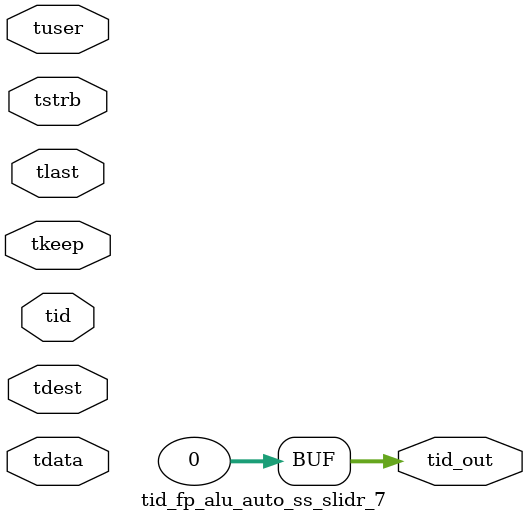
<source format=v>


`timescale 1ps/1ps

module tid_fp_alu_auto_ss_slidr_7 #
(
parameter C_S_AXIS_TID_WIDTH   = 1,
parameter C_S_AXIS_TUSER_WIDTH = 0,
parameter C_S_AXIS_TDATA_WIDTH = 0,
parameter C_S_AXIS_TDEST_WIDTH = 0,
parameter C_M_AXIS_TID_WIDTH   = 32
)
(
input  [(C_S_AXIS_TID_WIDTH   == 0 ? 1 : C_S_AXIS_TID_WIDTH)-1:0       ] tid,
input  [(C_S_AXIS_TDATA_WIDTH == 0 ? 1 : C_S_AXIS_TDATA_WIDTH)-1:0     ] tdata,
input  [(C_S_AXIS_TUSER_WIDTH == 0 ? 1 : C_S_AXIS_TUSER_WIDTH)-1:0     ] tuser,
input  [(C_S_AXIS_TDEST_WIDTH == 0 ? 1 : C_S_AXIS_TDEST_WIDTH)-1:0     ] tdest,
input  [(C_S_AXIS_TDATA_WIDTH/8)-1:0 ] tkeep,
input  [(C_S_AXIS_TDATA_WIDTH/8)-1:0 ] tstrb,
input                                                                    tlast,
output [(C_M_AXIS_TID_WIDTH   == 0 ? 1 : C_M_AXIS_TID_WIDTH)-1:0       ] tid_out
);

assign tid_out = {1'b0};

endmodule


</source>
